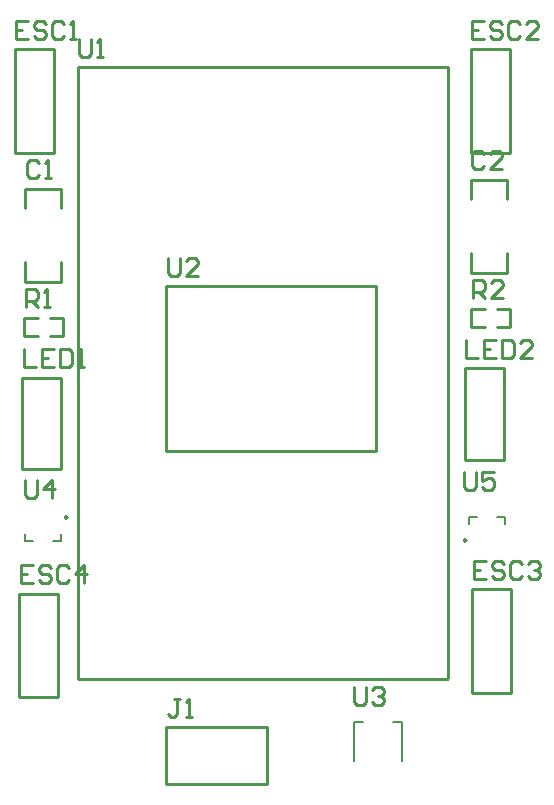
<source format=gto>
G04*
G04 #@! TF.GenerationSoftware,Altium Limited,Altium Designer,21.4.1 (30)*
G04*
G04 Layer_Color=65535*
%FSLAX25Y25*%
%MOIN*%
G70*
G04*
G04 #@! TF.SameCoordinates,14F4F737-F107-41AB-BACD-CDD85754C322*
G04*
G04*
G04 #@! TF.FilePolarity,Positive*
G04*
G01*
G75*
%ADD10C,0.00984*%
%ADD11C,0.01000*%
%ADD12C,0.00800*%
%ADD13C,0.00787*%
D10*
X271071Y268598D02*
X270333Y269025D01*
Y268172D01*
X271071Y268598D01*
X403913Y260902D02*
X403175Y261328D01*
Y260475D01*
X403913Y260902D01*
D11*
X397500Y214500D02*
X398000Y215000D01*
X274500Y214500D02*
X397500D01*
X274500Y418500D02*
X398000D01*
Y215000D02*
Y418500D01*
X274500Y214500D02*
Y418500D01*
X337500Y179500D02*
Y198500D01*
X304000Y179500D02*
X337500D01*
X304000D02*
Y198500D01*
X337500D01*
X304000Y290500D02*
Y345500D01*
Y290500D02*
X374000D01*
Y345500D01*
X304000D02*
X374000D01*
X257000Y347000D02*
X269000D01*
Y353500D01*
X257000Y347000D02*
Y353500D01*
Y378000D02*
X269000D01*
X257000Y371500D02*
Y378000D01*
X269000Y371500D02*
Y378000D01*
X405500Y381000D02*
X417500D01*
X405500Y374500D02*
Y381000D01*
X417500Y374500D02*
Y381000D01*
X405500Y350000D02*
X417500D01*
Y356500D01*
X405500Y350000D02*
Y356500D01*
X265201Y335000D02*
X269701D01*
Y329000D02*
Y335000D01*
X265201Y329000D02*
X269701D01*
X256701D02*
X261201D01*
X256701D02*
Y335000D01*
X261201D01*
X255000Y208500D02*
Y243000D01*
X268000Y208500D02*
Y243000D01*
X255000Y208500D02*
X268000D01*
X255000Y243000D02*
X268000D01*
X406000Y210000D02*
Y244500D01*
X419000Y210000D02*
Y244500D01*
X406000Y210000D02*
X419000D01*
X406000Y244500D02*
X419000D01*
X405500Y390000D02*
Y424500D01*
X418500Y390000D02*
Y424500D01*
X405500Y390000D02*
X418500D01*
X405500Y424500D02*
X418500D01*
X266500Y390000D02*
Y424500D01*
X253500Y390000D02*
Y424500D01*
X266500D01*
X253500Y390000D02*
X266500D01*
X256000Y315000D02*
X269000D01*
X256000Y284500D02*
Y315000D01*
Y284500D02*
X269000D01*
Y315000D01*
X414201Y338000D02*
X418701D01*
Y332000D02*
Y338000D01*
X414201Y332000D02*
X418701D01*
X405701D02*
X410201D01*
X405701D02*
Y338000D01*
X410201D01*
X403500Y318185D02*
X416500D01*
X403500Y287685D02*
Y318185D01*
Y287685D02*
X416500D01*
Y318185D01*
X403400Y283598D02*
Y278600D01*
X404400Y277600D01*
X406399D01*
X407399Y278600D01*
Y283598D01*
X413397D02*
X409398D01*
Y280599D01*
X411397Y281599D01*
X412397D01*
X413397Y280599D01*
Y278600D01*
X412397Y277600D01*
X410398D01*
X409398Y278600D01*
X256800Y281098D02*
Y276100D01*
X257800Y275100D01*
X259799D01*
X260799Y276100D01*
Y281098D01*
X265797Y275100D02*
Y281098D01*
X262798Y278099D01*
X266797D01*
X366600Y211798D02*
Y206800D01*
X367600Y205800D01*
X369599D01*
X370599Y206800D01*
Y211798D01*
X372598Y210798D02*
X373598Y211798D01*
X375597D01*
X376597Y210798D01*
Y209799D01*
X375597Y208799D01*
X374597D01*
X375597D01*
X376597Y207799D01*
Y206800D01*
X375597Y205800D01*
X373598D01*
X372598Y206800D01*
X304500Y354998D02*
Y350000D01*
X305500Y349000D01*
X307499D01*
X308499Y350000D01*
Y354998D01*
X314497Y349000D02*
X310498D01*
X314497Y352999D01*
Y353998D01*
X313497Y354998D01*
X311498D01*
X310498Y353998D01*
X275000Y427998D02*
Y423000D01*
X276000Y422000D01*
X277999D01*
X278999Y423000D01*
Y427998D01*
X280998Y422000D02*
X282997D01*
X281998D01*
Y427998D01*
X280998Y426998D01*
X406200Y341500D02*
Y347498D01*
X409199D01*
X410199Y346498D01*
Y344499D01*
X409199Y343499D01*
X406200D01*
X408199D02*
X410199Y341500D01*
X416197D02*
X412198D01*
X416197Y345499D01*
Y346498D01*
X415197Y347498D01*
X413198D01*
X412198Y346498D01*
X257200Y338500D02*
Y344498D01*
X260199D01*
X261199Y343498D01*
Y341499D01*
X260199Y340499D01*
X257200D01*
X259199D02*
X261199Y338500D01*
X263198D02*
X265197D01*
X264198D01*
Y344498D01*
X263198Y343498D01*
X404000Y327698D02*
Y321700D01*
X407999D01*
X413997Y327698D02*
X409998D01*
Y321700D01*
X413997D01*
X409998Y324699D02*
X411997D01*
X415996Y327698D02*
Y321700D01*
X418995D01*
X419995Y322700D01*
Y326698D01*
X418995Y327698D01*
X415996D01*
X425993Y321700D02*
X421994D01*
X425993Y325699D01*
Y326698D01*
X424993Y327698D01*
X422994D01*
X421994Y326698D01*
X256500Y324498D02*
Y318500D01*
X260499D01*
X266497Y324498D02*
X262498D01*
Y318500D01*
X266497D01*
X262498Y321499D02*
X264497D01*
X268496Y324498D02*
Y318500D01*
X271495D01*
X272495Y319500D01*
Y323498D01*
X271495Y324498D01*
X268496D01*
X274494Y318500D02*
X276494D01*
X275494D01*
Y324498D01*
X274494Y323498D01*
X308499Y207998D02*
X306499D01*
X307499D01*
Y203000D01*
X306499Y202000D01*
X305500D01*
X304500Y203000D01*
X310498Y202000D02*
X312497D01*
X311498D01*
Y207998D01*
X310498Y206998D01*
X259499Y252498D02*
X255500D01*
Y246500D01*
X259499D01*
X255500Y249499D02*
X257499D01*
X265497Y251498D02*
X264497Y252498D01*
X262498D01*
X261498Y251498D01*
Y250499D01*
X262498Y249499D01*
X264497D01*
X265497Y248499D01*
Y247500D01*
X264497Y246500D01*
X262498D01*
X261498Y247500D01*
X271495Y251498D02*
X270495Y252498D01*
X268496D01*
X267496Y251498D01*
Y247500D01*
X268496Y246500D01*
X270495D01*
X271495Y247500D01*
X276493Y246500D02*
Y252498D01*
X273494Y249499D01*
X277493D01*
X410499Y253998D02*
X406500D01*
Y248000D01*
X410499D01*
X406500Y250999D02*
X408499D01*
X416497Y252998D02*
X415497Y253998D01*
X413498D01*
X412498Y252998D01*
Y251999D01*
X413498Y250999D01*
X415497D01*
X416497Y249999D01*
Y249000D01*
X415497Y248000D01*
X413498D01*
X412498Y249000D01*
X422495Y252998D02*
X421495Y253998D01*
X419496D01*
X418496Y252998D01*
Y249000D01*
X419496Y248000D01*
X421495D01*
X422495Y249000D01*
X424494Y252998D02*
X425494Y253998D01*
X427493D01*
X428493Y252998D01*
Y251999D01*
X427493Y250999D01*
X426494D01*
X427493D01*
X428493Y249999D01*
Y249000D01*
X427493Y248000D01*
X425494D01*
X424494Y249000D01*
X409999Y433998D02*
X406000D01*
Y428000D01*
X409999D01*
X406000Y430999D02*
X407999D01*
X415997Y432998D02*
X414997Y433998D01*
X412998D01*
X411998Y432998D01*
Y431999D01*
X412998Y430999D01*
X414997D01*
X415997Y429999D01*
Y429000D01*
X414997Y428000D01*
X412998D01*
X411998Y429000D01*
X421995Y432998D02*
X420995Y433998D01*
X418996D01*
X417996Y432998D01*
Y429000D01*
X418996Y428000D01*
X420995D01*
X421995Y429000D01*
X427993Y428000D02*
X423994D01*
X427993Y431999D01*
Y432998D01*
X426993Y433998D01*
X424994D01*
X423994Y432998D01*
X257999Y433998D02*
X254000D01*
Y428000D01*
X257999D01*
X254000Y430999D02*
X255999D01*
X263997Y432998D02*
X262997Y433998D01*
X260998D01*
X259998Y432998D01*
Y431999D01*
X260998Y430999D01*
X262997D01*
X263997Y429999D01*
Y429000D01*
X262997Y428000D01*
X260998D01*
X259998Y429000D01*
X269995Y432998D02*
X268995Y433998D01*
X266996D01*
X265996Y432998D01*
Y429000D01*
X266996Y428000D01*
X268995D01*
X269995Y429000D01*
X271994Y428000D02*
X273993D01*
X272994D01*
Y433998D01*
X271994Y432998D01*
X409999Y389498D02*
X408999Y390498D01*
X407000D01*
X406000Y389498D01*
Y385500D01*
X407000Y384500D01*
X408999D01*
X409999Y385500D01*
X415997Y384500D02*
X411998D01*
X415997Y388499D01*
Y389498D01*
X414997Y390498D01*
X412998D01*
X411998Y389498D01*
X261499Y386498D02*
X260499Y387498D01*
X258500D01*
X257500Y386498D01*
Y382500D01*
X258500Y381500D01*
X260499D01*
X261499Y382500D01*
X263498Y381500D02*
X265497D01*
X264498D01*
Y387498D01*
X263498Y386498D01*
D12*
X382500Y187300D02*
Y200300D01*
X366500Y187300D02*
Y200300D01*
X379500D02*
X382500D01*
X366500D02*
X369500D01*
D13*
X257094Y260744D02*
X259752D01*
X257094D02*
Y263106D01*
X266248Y260744D02*
X268906D01*
Y263106D01*
X414248Y268756D02*
X416906D01*
Y266394D02*
Y268756D01*
X405094D02*
X407752D01*
X405094Y266394D02*
Y268756D01*
M02*

</source>
